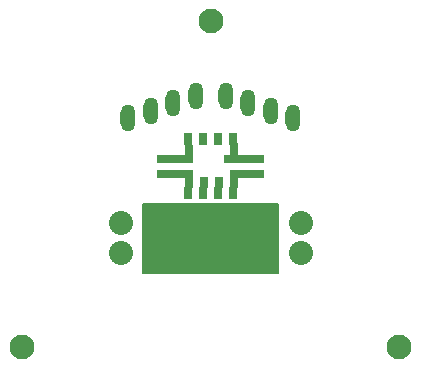
<source format=gbr>
%TF.GenerationSoftware,KiCad,Pcbnew,7.0.7*%
%TF.CreationDate,2024-06-03T14:17:06-05:00*%
%TF.ProjectId,Accel and Strain Gage board,41636365-6c20-4616-9e64-205374726169,rev?*%
%TF.SameCoordinates,Original*%
%TF.FileFunction,Soldermask,Bot*%
%TF.FilePolarity,Negative*%
%FSLAX46Y46*%
G04 Gerber Fmt 4.6, Leading zero omitted, Abs format (unit mm)*
G04 Created by KiCad (PCBNEW 7.0.7) date 2024-06-03 14:17:06*
%MOMM*%
%LPD*%
G01*
G04 APERTURE LIST*
%ADD10C,0.150000*%
%ADD11C,0.025400*%
%ADD12O,1.270000X2.286000*%
%ADD13C,2.032000*%
%ADD14C,2.100000*%
%ADD15R,0.711200X1.016000*%
%ADD16R,1.524000X0.711200*%
G04 APERTURE END LIST*
D10*
X121285000Y-124079000D02*
X132715000Y-124079000D01*
X132715000Y-129921000D01*
X121285000Y-129921000D01*
X121285000Y-124079000D01*
G36*
X121285000Y-124079000D02*
G01*
X132715000Y-124079000D01*
X132715000Y-129921000D01*
X121285000Y-129921000D01*
X121285000Y-124079000D01*
G37*
D11*
%TO.C,*%
X124777500Y-122656600D02*
X125412500Y-122656600D01*
X125412500Y-122656600D02*
X125412500Y-121221500D01*
X125412500Y-121221500D02*
X124777500Y-121221500D01*
X124777500Y-121221500D02*
X124777500Y-122656600D01*
G36*
X124777500Y-122656600D02*
G01*
X125412500Y-122656600D01*
X125412500Y-121221500D01*
X124777500Y-121221500D01*
X124777500Y-122656600D01*
G37*
X126047500Y-122656600D02*
X126682500Y-122656600D01*
X126682500Y-122656600D02*
X126682500Y-121856500D01*
X126682500Y-121856500D02*
X126047500Y-121856500D01*
X126047500Y-121856500D02*
X126047500Y-122656600D01*
G36*
X126047500Y-122656600D02*
G01*
X126682500Y-122656600D01*
X126682500Y-121856500D01*
X126047500Y-121856500D01*
X126047500Y-122656600D01*
G37*
X127317500Y-122656600D02*
X127952500Y-122656600D01*
X127952500Y-122656600D02*
X127952500Y-121856500D01*
X127952500Y-121856500D02*
X127317500Y-121856500D01*
X127317500Y-121856500D02*
X127317500Y-122656600D01*
G36*
X127317500Y-122656600D02*
G01*
X127952500Y-122656600D01*
X127952500Y-121856500D01*
X127317500Y-121856500D01*
X127317500Y-122656600D01*
G37*
X129222500Y-122656600D02*
X128587500Y-122656600D01*
X128587500Y-122656600D02*
X128587500Y-121221500D01*
X128587500Y-121221500D02*
X129222500Y-121221500D01*
X129222500Y-121221500D02*
X129222500Y-122656600D01*
G36*
X129222500Y-122656600D02*
G01*
X128587500Y-122656600D01*
X128587500Y-121221500D01*
X129222500Y-121221500D01*
X129222500Y-122656600D01*
G37*
X125095000Y-121221500D02*
X124002800Y-121221500D01*
X124002800Y-121221500D02*
X124002800Y-121856500D01*
X124002800Y-121856500D02*
X125095000Y-121856500D01*
X125095000Y-121856500D02*
X125095000Y-121221500D01*
G36*
X125095000Y-121221500D02*
G01*
X124002800Y-121221500D01*
X124002800Y-121856500D01*
X125095000Y-121856500D01*
X125095000Y-121221500D01*
G37*
X128905000Y-121221500D02*
X129997200Y-121221500D01*
X129997200Y-121221500D02*
X129997200Y-121856500D01*
X129997200Y-121856500D02*
X128905000Y-121856500D01*
X128905000Y-121856500D02*
X128905000Y-121221500D01*
G36*
X128905000Y-121221500D02*
G01*
X129997200Y-121221500D01*
X129997200Y-121856500D01*
X128905000Y-121856500D01*
X128905000Y-121221500D01*
G37*
X124777500Y-120586500D02*
X125412500Y-120586500D01*
X125412500Y-120586500D02*
X125412500Y-119151400D01*
X125412500Y-119151400D02*
X124777500Y-119151400D01*
X124777500Y-119151400D02*
X124777500Y-120586500D01*
G36*
X124777500Y-120586500D02*
G01*
X125412500Y-120586500D01*
X125412500Y-119151400D01*
X124777500Y-119151400D01*
X124777500Y-120586500D01*
G37*
X125095000Y-120586500D02*
X124002800Y-120586500D01*
X124002800Y-120586500D02*
X124002800Y-119951500D01*
X124002800Y-119951500D02*
X125095000Y-119951500D01*
X125095000Y-119951500D02*
X125095000Y-120586500D01*
G36*
X125095000Y-120586500D02*
G01*
X124002800Y-120586500D01*
X124002800Y-119951500D01*
X125095000Y-119951500D01*
X125095000Y-120586500D01*
G37*
X128905000Y-120586500D02*
X128117600Y-120586500D01*
X128117600Y-120586500D02*
X128117600Y-119951500D01*
X128117600Y-119951500D02*
X128905000Y-119951500D01*
X128905000Y-119951500D02*
X128905000Y-120586500D01*
G36*
X128905000Y-120586500D02*
G01*
X128117600Y-120586500D01*
X128117600Y-119951500D01*
X128905000Y-119951500D01*
X128905000Y-120586500D01*
G37*
X128905000Y-120586500D02*
X129997200Y-120586500D01*
X129997200Y-120586500D02*
X129997200Y-119951500D01*
X129997200Y-119951500D02*
X128905000Y-119951500D01*
X128905000Y-119951500D02*
X128905000Y-120586500D01*
G36*
X128905000Y-120586500D02*
G01*
X129997200Y-120586500D01*
X129997200Y-119951500D01*
X128905000Y-119951500D01*
X128905000Y-120586500D01*
G37*
X129222500Y-120351550D02*
X128587500Y-120351550D01*
X128587500Y-120351550D02*
X128587500Y-118916450D01*
X128587500Y-118916450D02*
X129222500Y-118916450D01*
X129222500Y-118916450D02*
X129222500Y-120351550D01*
G36*
X129222500Y-120351550D02*
G01*
X128587500Y-120351550D01*
X128587500Y-118916450D01*
X129222500Y-118916450D01*
X129222500Y-120351550D01*
G37*
%TD*%
D12*
%TO.C,*%
X121920000Y-116205000D03*
%TD*%
D13*
%TO.C,*%
X119380000Y-125730000D03*
%TD*%
D14*
%TO.C,REF\u002A\u002A*%
X142951200Y-136207500D03*
%TD*%
D12*
%TO.C,*%
X132080000Y-116205000D03*
%TD*%
%TO.C,*%
X128270000Y-114935000D03*
%TD*%
%TO.C,*%
X133985000Y-116840000D03*
%TD*%
%TO.C,*%
X120015000Y-116840000D03*
%TD*%
D13*
%TO.C,*%
X134620000Y-128270000D03*
%TD*%
D12*
%TO.C,*%
X130175000Y-115570000D03*
%TD*%
%TO.C,*%
X125730000Y-114935000D03*
%TD*%
%TO.C,*%
X123825000Y-115570000D03*
%TD*%
D13*
%TO.C,*%
X119380000Y-128270000D03*
%TD*%
D14*
%TO.C,REF\u002A\u002A*%
X127000000Y-108585000D03*
%TD*%
%TO.C,REF\u002A\u002A*%
X111051340Y-136207500D03*
%TD*%
D13*
%TO.C,*%
X134620000Y-125730000D03*
%TD*%
D15*
%TO.C,*%
X128905000Y-123164600D03*
D16*
X130759200Y-120269000D03*
D15*
X127635000Y-123164600D03*
X126365000Y-123164600D03*
X125095000Y-123164600D03*
D16*
X123240800Y-121539000D03*
X123240800Y-120269000D03*
D15*
X125095000Y-118643400D03*
X126365000Y-118643400D03*
X127635000Y-118643400D03*
X128905000Y-118643400D03*
D16*
X130759200Y-121539000D03*
%TD*%
M02*

</source>
